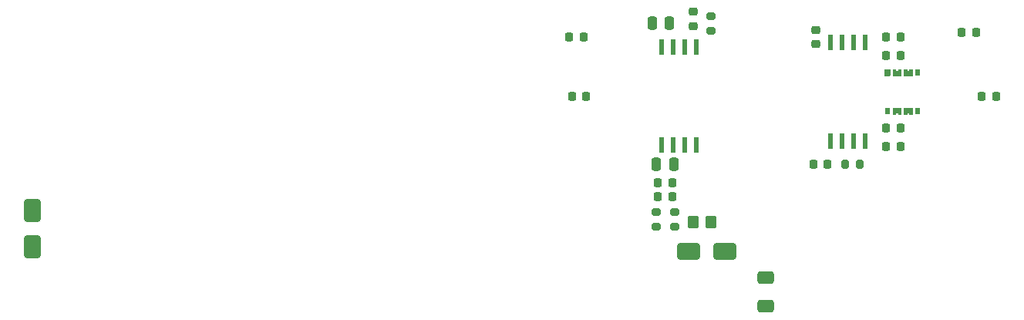
<source format=gbr>
%TF.GenerationSoftware,KiCad,Pcbnew,8.0.9*%
%TF.CreationDate,2025-03-21T10:18:04-04:00*%
%TF.ProjectId,Power_Elec_Project,506f7765-725f-4456-9c65-635f50726f6a,1*%
%TF.SameCoordinates,Original*%
%TF.FileFunction,Paste,Top*%
%TF.FilePolarity,Positive*%
%FSLAX46Y46*%
G04 Gerber Fmt 4.6, Leading zero omitted, Abs format (unit mm)*
G04 Created by KiCad (PCBNEW 8.0.9) date 2025-03-21 10:18:04*
%MOMM*%
%LPD*%
G01*
G04 APERTURE LIST*
G04 Aperture macros list*
%AMRoundRect*
0 Rectangle with rounded corners*
0 $1 Rounding radius*
0 $2 $3 $4 $5 $6 $7 $8 $9 X,Y pos of 4 corners*
0 Add a 4 corners polygon primitive as box body*
4,1,4,$2,$3,$4,$5,$6,$7,$8,$9,$2,$3,0*
0 Add four circle primitives for the rounded corners*
1,1,$1+$1,$2,$3*
1,1,$1+$1,$4,$5*
1,1,$1+$1,$6,$7*
1,1,$1+$1,$8,$9*
0 Add four rect primitives between the rounded corners*
20,1,$1+$1,$2,$3,$4,$5,0*
20,1,$1+$1,$4,$5,$6,$7,0*
20,1,$1+$1,$6,$7,$8,$9,0*
20,1,$1+$1,$8,$9,$2,$3,0*%
G04 Aperture macros list end*
%ADD10C,0.010000*%
%ADD11RoundRect,0.250000X0.250000X0.475000X-0.250000X0.475000X-0.250000X-0.475000X0.250000X-0.475000X0*%
%ADD12RoundRect,0.225000X0.250000X-0.225000X0.250000X0.225000X-0.250000X0.225000X-0.250000X-0.225000X0*%
%ADD13RoundRect,0.218750X-0.218750X-0.256250X0.218750X-0.256250X0.218750X0.256250X-0.218750X0.256250X0*%
%ADD14R,0.558800X1.701800*%
%ADD15RoundRect,0.225000X0.225000X0.250000X-0.225000X0.250000X-0.225000X-0.250000X0.225000X-0.250000X0*%
%ADD16RoundRect,0.200000X-0.275000X0.200000X-0.275000X-0.200000X0.275000X-0.200000X0.275000X0.200000X0*%
%ADD17RoundRect,0.200000X-0.200000X-0.275000X0.200000X-0.275000X0.200000X0.275000X-0.200000X0.275000X0*%
%ADD18RoundRect,0.218750X0.218750X0.256250X-0.218750X0.256250X-0.218750X-0.256250X0.218750X-0.256250X0*%
%ADD19RoundRect,0.250000X-0.650000X1.000000X-0.650000X-1.000000X0.650000X-1.000000X0.650000X1.000000X0*%
%ADD20RoundRect,0.250000X-0.650000X0.412500X-0.650000X-0.412500X0.650000X-0.412500X0.650000X0.412500X0*%
%ADD21RoundRect,0.250000X1.000000X0.650000X-1.000000X0.650000X-1.000000X-0.650000X1.000000X-0.650000X0*%
%ADD22R,0.575000X0.675000*%
%ADD23RoundRect,0.225000X-0.250000X0.225000X-0.250000X-0.225000X0.250000X-0.225000X0.250000X0.225000X0*%
%ADD24RoundRect,0.200000X0.275000X-0.200000X0.275000X0.200000X-0.275000X0.200000X-0.275000X-0.200000X0*%
%ADD25RoundRect,0.250000X-0.350000X-0.450000X0.350000X-0.450000X0.350000X0.450000X-0.350000X0.450000X0*%
G04 APERTURE END LIST*
D10*
%TO.C,PS1*%
X196150000Y-106600000D02*
X196000000Y-106750000D01*
X195575000Y-106750000D01*
X195575000Y-106075000D01*
X196150000Y-106075000D01*
X196150000Y-106600000D01*
G36*
X196150000Y-106600000D02*
G01*
X196000000Y-106750000D01*
X195575000Y-106750000D01*
X195575000Y-106075000D01*
X196150000Y-106075000D01*
X196150000Y-106600000D01*
G37*
X196750000Y-106200000D02*
X197050000Y-106200000D01*
X197050000Y-106075000D01*
X197350000Y-106075000D01*
X197350000Y-106750000D01*
X196450000Y-106750000D01*
X196450000Y-106075000D01*
X196750000Y-106075000D01*
X196750000Y-106200000D01*
G36*
X196750000Y-106200000D02*
G01*
X197050000Y-106200000D01*
X197050000Y-106075000D01*
X197350000Y-106075000D01*
X197350000Y-106750000D01*
X196450000Y-106750000D01*
X196450000Y-106075000D01*
X196750000Y-106075000D01*
X196750000Y-106200000D01*
G37*
X197350000Y-110925000D02*
X197050000Y-110925000D01*
X197050000Y-110800000D01*
X196750000Y-110800000D01*
X196750000Y-110925000D01*
X196450000Y-110925000D01*
X196450000Y-110250000D01*
X197350000Y-110250000D01*
X197350000Y-110925000D01*
G36*
X197350000Y-110925000D02*
G01*
X197050000Y-110925000D01*
X197050000Y-110800000D01*
X196750000Y-110800000D01*
X196750000Y-110925000D01*
X196450000Y-110925000D01*
X196450000Y-110250000D01*
X197350000Y-110250000D01*
X197350000Y-110925000D01*
G37*
X197950000Y-106200000D02*
X198250000Y-106200000D01*
X198250000Y-106075000D01*
X198550000Y-106075000D01*
X198550000Y-106750000D01*
X197650000Y-106750000D01*
X197650000Y-106075000D01*
X197950000Y-106075000D01*
X197950000Y-106200000D01*
G36*
X197950000Y-106200000D02*
G01*
X198250000Y-106200000D01*
X198250000Y-106075000D01*
X198550000Y-106075000D01*
X198550000Y-106750000D01*
X197650000Y-106750000D01*
X197650000Y-106075000D01*
X197950000Y-106075000D01*
X197950000Y-106200000D01*
G37*
X198550000Y-110925000D02*
X198250000Y-110925000D01*
X198250000Y-110800000D01*
X197950000Y-110800000D01*
X197950000Y-110925000D01*
X197650000Y-110925000D01*
X197650000Y-110250000D01*
X198550000Y-110250000D01*
X198550000Y-110925000D01*
G36*
X198550000Y-110925000D02*
G01*
X198250000Y-110925000D01*
X198250000Y-110800000D01*
X197950000Y-110800000D01*
X197950000Y-110925000D01*
X197650000Y-110925000D01*
X197650000Y-110250000D01*
X198550000Y-110250000D01*
X198550000Y-110925000D01*
G37*
%TD*%
D11*
%TO.C,C4*%
X171950000Y-101000000D03*
X170050000Y-101000000D03*
%TD*%
D12*
%TO.C,C3*%
X174500000Y-101275000D03*
X174500000Y-99725000D03*
%TD*%
D13*
%TO.C,D5*%
X204000000Y-102000000D03*
X205575000Y-102000000D03*
%TD*%
D14*
%TO.C,U5*%
X189595000Y-113884800D03*
X190865000Y-113884800D03*
X192135000Y-113884800D03*
X193405000Y-113884800D03*
X193405000Y-103115200D03*
X192135000Y-103115200D03*
X190865000Y-103115200D03*
X189595000Y-103115200D03*
%TD*%
D11*
%TO.C,C6*%
X172400000Y-116500000D03*
X170500000Y-116500000D03*
%TD*%
D15*
%TO.C,C11*%
X197275000Y-102500000D03*
X195725000Y-102500000D03*
%TD*%
D16*
%TO.C,R6*%
X172500000Y-121675000D03*
X172500000Y-123325000D03*
%TD*%
D17*
%TO.C,R1*%
X191175000Y-116500000D03*
X192825000Y-116500000D03*
%TD*%
D14*
%TO.C,U3*%
X174905000Y-103615200D03*
X173635000Y-103615200D03*
X172365000Y-103615200D03*
X171095000Y-103615200D03*
X171095000Y-114384800D03*
X172365000Y-114384800D03*
X173635000Y-114384800D03*
X174905000Y-114384800D03*
%TD*%
D15*
%TO.C,C8*%
X172225000Y-118500000D03*
X170675000Y-118500000D03*
%TD*%
D18*
%TO.C,D3*%
X162500000Y-102500000D03*
X160925000Y-102500000D03*
%TD*%
D13*
%TO.C,D4*%
X206212500Y-109000000D03*
X207787500Y-109000000D03*
%TD*%
D18*
%TO.C,D2*%
X162787500Y-109000000D03*
X161212500Y-109000000D03*
%TD*%
D19*
%TO.C,D6*%
X102000000Y-121500000D03*
X102000000Y-125500000D03*
%TD*%
D16*
%TO.C,R3*%
X176500000Y-100175000D03*
X176500000Y-101825000D03*
%TD*%
D15*
%TO.C,C14*%
X189275000Y-116500000D03*
X187725000Y-116500000D03*
%TD*%
%TO.C,C9*%
X197275000Y-104500000D03*
X195725000Y-104500000D03*
%TD*%
D20*
%TO.C,C17*%
X182500000Y-128937500D03*
X182500000Y-132062500D03*
%TD*%
D21*
%TO.C,D1*%
X178000000Y-126000000D03*
X174000000Y-126000000D03*
%TD*%
D15*
%TO.C,C12*%
X197275000Y-112500000D03*
X195725000Y-112500000D03*
%TD*%
%TO.C,C13*%
X197275000Y-114500000D03*
X195725000Y-114500000D03*
%TD*%
%TO.C,C7*%
X172225000Y-120000000D03*
X170675000Y-120000000D03*
%TD*%
D22*
%TO.C,PS1*%
X199137500Y-106412500D03*
X199137500Y-110587500D03*
X195862500Y-110587500D03*
%TD*%
D23*
%TO.C,C1*%
X188000000Y-101725000D03*
X188000000Y-103275000D03*
%TD*%
D24*
%TO.C,R5*%
X170500000Y-123325000D03*
X170500000Y-121675000D03*
%TD*%
D25*
%TO.C,R4*%
X174500000Y-122825000D03*
X176500000Y-122825000D03*
%TD*%
M02*

</source>
